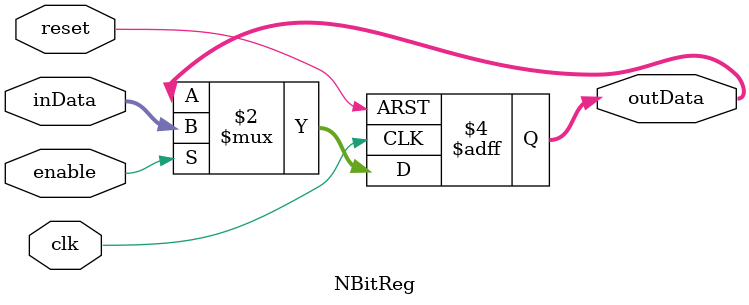
<source format=v>
`timescale 1ns / 1ps

// only writes inData to outData on posedge clk if enable is high
module NBitReg(inData, outData, enable, clk, reset);
    parameter N = 16;
    input [N-1:0] inData;
    input enable, clk, reset;
    output reg [N-1:0] outData;
    
    always @(posedge clk, posedge reset)
        if (reset)
            outData <= 0;
        else 
            if (enable)
                outData[N-1:0] <= inData[N-1:0];
endmodule

</source>
